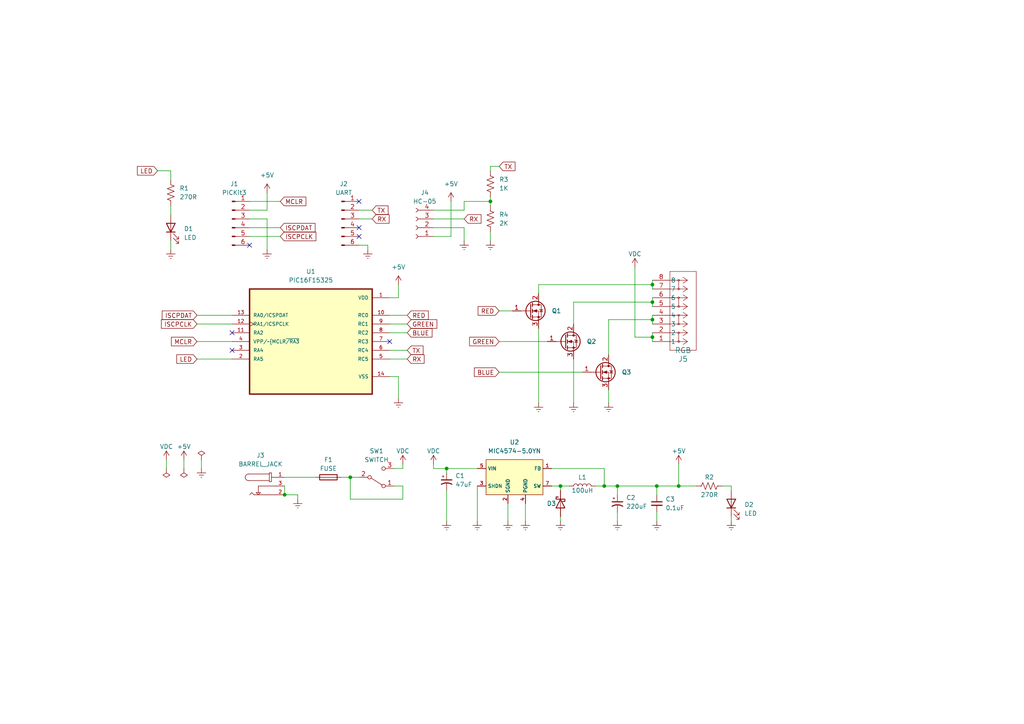
<source format=kicad_sch>
(kicad_sch (version 20211123) (generator eeschema)
  (paper "A4")
  (lib_symbols
    (symbol "Connector:Conn_01x04_Female" (pin_names (offset 1.016) hide)
      (property "Reference" "J" (at 0 5.08 0))
      (property "Value" "Conn_01x04_Female" (at 0 -7.62 0))
      (symbol "Conn_01x04_Female_1_1"
        (arc (start 0 -4.572) (mid -0.508 -5.08) (end 0 -5.588) (stroke (width 0.1524)))
        (arc (start 0 -2.032) (mid -0.508 -2.54) (end 0 -3.048) (stroke (width 0.1524)))
        (polyline (pts (xy -1.27 -5.08) (xy -0.508 -5.08)) (stroke (width 0.1524)))
        (polyline (pts (xy -1.27 -2.54) (xy -0.508 -2.54)) (stroke (width 0.1524)))
        (polyline (pts (xy -1.27 0) (xy -0.508 0)) (stroke (width 0.1524)))
        (polyline (pts (xy -1.27 2.54) (xy -0.508 2.54)) (stroke (width 0.1524)))
        (arc (start 0 0.508) (mid -0.508 0) (end 0 -0.508) (stroke (width 0.1524)))
        (arc (start 0 3.048) (mid -0.508 2.54) (end 0 2.032) (stroke (width 0.1524)))
        (pin passive line (at -5.08 2.54 0) (length 3.81) (name "Pin_1") (number "1"))
        (pin passive line (at -5.08 0 0) (length 3.81) (name "Pin_2") (number "2"))
        (pin passive line (at -5.08 -2.54 0) (length 3.81) (name "Pin_3") (number "3"))
        (pin passive line (at -5.08 -5.08 0) (length 3.81) (name "Pin_4") (number "4"))
      )
    )
    (symbol "Connector:Conn_01x06_Male" (pin_names (offset 1.016) hide)
      (property "Reference" "J" (at 0 7.62 0))
      (property "Value" "Conn_01x06_Male" (at 0 -10.16 0))
      (symbol "Conn_01x06_Male_1_1"
        (polyline (pts (xy 1.27 -7.62) (xy 0.8636 -7.62)) (stroke (width 0.1524)))
        (polyline (pts (xy 1.27 -5.08) (xy 0.8636 -5.08)) (stroke (width 0.1524)))
        (polyline (pts (xy 1.27 -2.54) (xy 0.8636 -2.54)) (stroke (width 0.1524)))
        (polyline (pts (xy 1.27 0) (xy 0.8636 0)) (stroke (width 0.1524)))
        (polyline (pts (xy 1.27 2.54) (xy 0.8636 2.54)) (stroke (width 0.1524)))
        (polyline (pts (xy 1.27 5.08) (xy 0.8636 5.08)) (stroke (width 0.1524)))
        (rectangle (start 0.8636 -7.493) (end 0 -7.747) (stroke (width 0.1524)) (fill (type outline)))
        (rectangle (start 0.8636 -4.953) (end 0 -5.207) (stroke (width 0.1524)) (fill (type outline)))
        (rectangle (start 0.8636 -2.413) (end 0 -2.667) (stroke (width 0.1524)) (fill (type outline)))
        (rectangle (start 0.8636 0.127) (end 0 -0.127) (stroke (width 0.1524)) (fill (type outline)))
        (rectangle (start 0.8636 2.667) (end 0 2.413) (stroke (width 0.1524)) (fill (type outline)))
        (rectangle (start 0.8636 5.207) (end 0 4.953) (stroke (width 0.1524)) (fill (type outline)))
        (pin passive line (at 5.08 5.08 180) (length 3.81) (name "Pin_1") (number "1"))
        (pin passive line (at 5.08 2.54 180) (length 3.81) (name "Pin_2") (number "2"))
        (pin passive line (at 5.08 0 180) (length 3.81) (name "Pin_3") (number "3"))
        (pin passive line (at 5.08 -2.54 180) (length 3.81) (name "Pin_4") (number "4"))
        (pin passive line (at 5.08 -5.08 180) (length 3.81) (name "Pin_5") (number "5"))
        (pin passive line (at 5.08 -7.62 180) (length 3.81) (name "Pin_6") (number "6"))
      )
    )
    (symbol "Device:C_Polarized_Small_US" (pin_numbers hide) (pin_names (offset 0.254) hide)
      (property "Reference" "C" (at 0.254 1.778 0))
      (property "Value" "C_Polarized_Small_US" (at 0.254 -2.032 0))
      (symbol "C_Polarized_Small_US_0_1"
        (polyline (pts (xy -1.524 0.508) (xy 1.524 0.508)) (stroke (width 0.3048)))
        (polyline (pts (xy -1.27 1.524) (xy -0.762 1.524)))
        (polyline (pts (xy -1.016 1.27) (xy -1.016 1.778)))
        (arc (start 1.524 -0.762) (mid 0 -0.3734) (end -1.524 -0.762) (stroke (width 0.3048)))
      )
      (symbol "C_Polarized_Small_US_1_1"
        (pin passive line (at 0 2.54 270) (length 2.032) (name "~") (number "1"))
        (pin passive line (at 0 -2.54 90) (length 2.032) (name "~") (number "2"))
      )
    )
    (symbol "Device:C_Small" (pin_numbers hide) (pin_names (offset 0.254) hide)
      (property "Reference" "C" (at 0.254 1.778 0))
      (property "Value" "C_Small" (at 0.254 -2.032 0))
      (symbol "C_Small_0_1"
        (polyline (pts (xy -1.524 -0.508) (xy 1.524 -0.508)) (stroke (width 0.3302)))
        (polyline (pts (xy -1.524 0.508) (xy 1.524 0.508)) (stroke (width 0.3048)))
      )
      (symbol "C_Small_1_1"
        (pin passive line (at 0 2.54 270) (length 2.032) (name "~") (number "1"))
        (pin passive line (at 0 -2.54 90) (length 2.032) (name "~") (number "2"))
      )
    )
    (symbol "Device:D_Schottky" (pin_numbers hide) (pin_names (offset 1.016) hide)
      (property "Reference" "D" (at 0 2.54 0))
      (property "Value" "D_Schottky" (at 0 -2.54 0))
      (symbol "D_Schottky_0_1"
        (polyline (pts (xy 1.27 0) (xy -1.27 0)))
        (polyline (pts (xy 1.27 1.27) (xy 1.27 -1.27) (xy -1.27 0) (xy 1.27 1.27)) (stroke (width 0.254)))
        (polyline (pts (xy -1.905 0.635) (xy -1.905 1.27) (xy -1.27 1.27) (xy -1.27 -1.27) (xy -0.635 -1.27) (xy -0.635 -0.635)) (stroke (width 0.254)))
      )
      (symbol "D_Schottky_1_1"
        (pin passive line (at -3.81 0 0) (length 2.54) (name "K") (number "1"))
        (pin passive line (at 3.81 0 180) (length 2.54) (name "A") (number "2"))
      )
    )
    (symbol "Device:Fuse" (pin_numbers hide) (pin_names (offset 0))
      (property "Reference" "F" (at 2.032 0 90))
      (property "Value" "Fuse" (at -1.905 0 90))
      (symbol "Fuse_0_1"
        (rectangle (start -0.762 -2.54) (end 0.762 2.54) (stroke (width 0.254)))
        (polyline (pts (xy 0 2.54) (xy 0 -2.54)))
      )
      (symbol "Fuse_1_1"
        (pin passive line (at 0 3.81 270) (length 1.27) (name "~") (number "1"))
        (pin passive line (at 0 -3.81 90) (length 1.27) (name "~") (number "2"))
      )
    )
    (symbol "Device:L" (pin_numbers hide) (pin_names (offset 1.016) hide)
      (property "Reference" "L" (at -1.27 0 90))
      (property "Value" "L" (at 1.905 0 90))
      (symbol "L_0_1"
        (arc (start 0 -2.54) (mid 0.635 -1.905) (end 0 -1.27))
        (arc (start 0 -1.27) (mid 0.635 -0.635) (end 0 0))
        (arc (start 0 0) (mid 0.635 0.635) (end 0 1.27))
        (arc (start 0 1.27) (mid 0.635 1.905) (end 0 2.54))
      )
      (symbol "L_1_1"
        (pin passive line (at 0 3.81 270) (length 1.27) (name "1") (number "1"))
        (pin passive line (at 0 -3.81 90) (length 1.27) (name "2") (number "2"))
      )
    )
    (symbol "Device:LED" (pin_numbers hide) (pin_names (offset 1.016) hide)
      (property "Reference" "D" (at 0 2.54 0))
      (property "Value" "LED" (at 0 -2.54 0))
      (symbol "LED_0_1"
        (polyline (pts (xy -1.27 -1.27) (xy -1.27 1.27)) (stroke (width 0.254)))
        (polyline (pts (xy -1.27 0) (xy 1.27 0)))
        (polyline (pts (xy 1.27 -1.27) (xy 1.27 1.27) (xy -1.27 0) (xy 1.27 -1.27)) (stroke (width 0.254)))
        (polyline (pts (xy -3.048 -0.762) (xy -4.572 -2.286) (xy -3.81 -2.286) (xy -4.572 -2.286) (xy -4.572 -1.524)))
        (polyline (pts (xy -1.778 -0.762) (xy -3.302 -2.286) (xy -2.54 -2.286) (xy -3.302 -2.286) (xy -3.302 -1.524)))
      )
      (symbol "LED_1_1"
        (pin passive line (at -3.81 0 0) (length 2.54) (name "K") (number "1"))
        (pin passive line (at 3.81 0 180) (length 2.54) (name "A") (number "2"))
      )
    )
    (symbol "Device:Q_NMOS_GDS" (pin_names (offset 0) hide)
      (property "Reference" "Q" (at 5.08 1.27 0))
      (property "Value" "Q_NMOS_GDS" (at 5.08 -1.27 0))
      (symbol "Q_NMOS_GDS_0_1"
        (polyline (pts (xy 0.254 0) (xy -2.54 0)))
        (polyline (pts (xy 0.254 1.905) (xy 0.254 -1.905)) (stroke (width 0.254)))
        (polyline (pts (xy 0.762 -1.27) (xy 0.762 -2.286)) (stroke (width 0.254)))
        (polyline (pts (xy 0.762 0.508) (xy 0.762 -0.508)) (stroke (width 0.254)))
        (polyline (pts (xy 0.762 2.286) (xy 0.762 1.27)) (stroke (width 0.254)))
        (polyline (pts (xy 2.54 2.54) (xy 2.54 1.778)))
        (polyline (pts (xy 2.54 -2.54) (xy 2.54 0) (xy 0.762 0)))
        (polyline (pts (xy 0.762 -1.778) (xy 3.302 -1.778) (xy 3.302 1.778) (xy 0.762 1.778)))
        (polyline (pts (xy 1.016 0) (xy 2.032 0.381) (xy 2.032 -0.381) (xy 1.016 0)) (fill (type outline)))
        (polyline (pts (xy 2.794 0.508) (xy 2.921 0.381) (xy 3.683 0.381) (xy 3.81 0.254)))
        (polyline (pts (xy 3.302 0.381) (xy 2.921 -0.254) (xy 3.683 -0.254) (xy 3.302 0.381)))
        (circle (center 1.651 0) (radius 2.794) (stroke (width 0.254)))
        (circle (center 2.54 -1.778) (radius 0.254) (fill (type outline)))
        (circle (center 2.54 1.778) (radius 0.254) (fill (type outline)))
      )
      (symbol "Q_NMOS_GDS_1_1"
        (pin input line (at -5.08 0 0) (length 2.54) (name "G") (number "1"))
        (pin passive line (at 2.54 5.08 270) (length 2.54) (name "D") (number "2"))
        (pin passive line (at 2.54 -5.08 90) (length 2.54) (name "S") (number "3"))
      )
    )
    (symbol "Device:R_US" (pin_numbers hide) (pin_names (offset 0))
      (property "Reference" "R" (at 2.54 0 90))
      (property "Value" "R_US" (at -2.54 0 90))
      (symbol "R_US_0_1"
        (polyline (pts (xy 0 -2.286) (xy 0 -2.54)))
        (polyline (pts (xy 0 2.286) (xy 0 2.54)))
        (polyline (pts (xy 0 -0.762) (xy 1.016 -1.143) (xy 0 -1.524) (xy -1.016 -1.905) (xy 0 -2.286)))
        (polyline (pts (xy 0 0.762) (xy 1.016 0.381) (xy 0 0) (xy -1.016 -0.381) (xy 0 -0.762)))
        (polyline (pts (xy 0 2.286) (xy 1.016 1.905) (xy 0 1.524) (xy -1.016 1.143) (xy 0 0.762)))
      )
      (symbol "R_US_1_1"
        (pin passive line (at 0 3.81 270) (length 1.27) (name "~") (number "1"))
        (pin passive line (at 0 -3.81 90) (length 1.27) (name "~") (number "2"))
      )
    )
    (symbol "Rainbow:Barrel_Jack" (pin_names (offset 1.016))
      (property "Reference" "J" (at 0 2.54 0))
      (property "Value" "Barrel_Jack" (at 0 -8.89 0))
      (symbol "Barrel_Jack_0_0"
        (arc (start -3.81 0) (mid -3.531 -0.6735) (end -2.8575 -0.9525) (stroke (width 0.1524)))
        (arc (start -2.8575 0.9525) (mid -3.531 0.6735) (end -3.81 0) (stroke (width 0.1524)))
        (polyline (pts (xy -2.8575 0.9525) (xy 3.175 0.9525)) (stroke (width 0.1524)))
        (polyline (pts (xy -1.905 -4.445) (xy -2.54 -5.08)) (stroke (width 0.1524)))
        (polyline (pts (xy -1.27 -5.08) (xy -1.905 -4.445)) (stroke (width 0.1524)))
        (polyline (pts (xy -0.635 -4.445) (xy 0 -4.445)) (stroke (width 0.1524)))
        (polyline (pts (xy 0 -5.08) (xy -1.27 -5.08)) (stroke (width 0.1524)))
        (polyline (pts (xy 0 -5.08) (xy -0.635 -4.445)) (stroke (width 0.1524)))
        (polyline (pts (xy 0 -4.445) (xy 0.635 -4.445)) (stroke (width 0.1524)))
        (polyline (pts (xy 0 -2.54) (xy 0 -4.445)) (stroke (width 0.1524)))
        (polyline (pts (xy 0.635 -4.445) (xy 0 -5.08)) (stroke (width 0.1524)))
        (polyline (pts (xy 3.175 -1.27) (xy 3.175 -0.9525)) (stroke (width 0.1524)))
        (polyline (pts (xy 3.175 -0.9525) (xy -2.8575 -0.9525)) (stroke (width 0.1524)))
        (polyline (pts (xy 3.175 0.9525) (xy 3.175 -0.9525)) (stroke (width 0.1524)))
        (polyline (pts (xy 3.175 0.9525) (xy 3.175 1.27)) (stroke (width 0.1524)))
        (polyline (pts (xy 3.175 1.27) (xy 3.81 1.27)) (stroke (width 0.1524)))
        (polyline (pts (xy 3.81 -1.27) (xy 3.175 -1.27)) (stroke (width 0.1524)))
        (polyline (pts (xy 3.81 0) (xy 3.81 -1.27)) (stroke (width 0.1524)))
        (polyline (pts (xy 3.81 1.27) (xy 3.81 0)) (stroke (width 0.1524)))
        (polyline (pts (xy 5.08 -5.08) (xy 0 -5.08)) (stroke (width 0.1524)))
        (polyline (pts (xy 5.08 -2.54) (xy 0 -2.54)) (stroke (width 0.1524)))
        (polyline (pts (xy 5.08 0) (xy 3.81 0)) (stroke (width 0.1524)))
        (pin passive line (at 7.62 0 180) (length 2.54) (name "~") (number "1"))
        (pin passive line (at 7.62 -5.08 180) (length 2.54) (name "~") (number "2"))
        (pin passive line (at 7.62 -2.54 180) (length 2.54) (name "~") (number "3"))
      )
    )
    (symbol "Rainbow:MIC4574-5.0YN"
      (property "Reference" "U2" (at -0.635 10.16 0))
      (property "Value" "MIC4574-5.0YN" (at -0.635 7.62 0))
      (symbol "MIC4574-5.0YN_0_1"
        (rectangle (start -8.89 5.08) (end 7.62 -5.08) (fill (type background)))
      )
      (symbol "MIC4574-5.0YN_1_1"
        (pin input line (at 10.16 2.54 180) (length 2.54) (name "FB") (number "1"))
        (pin passive line (at -2.54 -7.62 90) (length 2.54) (name "SGND") (number "2"))
        (pin input line (at -11.43 -2.54 0) (length 2.54) (name "SHDN") (number "3"))
        (pin passive line (at 2.54 -7.62 90) (length 2.54) (name "PGND") (number "4"))
        (pin power_in line (at -11.43 2.54 0) (length 2.54) (name "VIN") (number "5"))
        (pin no_connect line (at 10.16 0 180) (length 2.54) hide (name "NC") (number "6"))
        (pin power_out line (at 10.16 -2.54 180) (length 2.54) (name "SW") (number "7"))
        (pin no_connect line (at -11.43 0 0) (length 2.54) hide (name "NC") (number "8"))
      )
    )
    (symbol "Rainbow:PIC16F15325" (pin_names (offset 1.016))
      (property "Reference" "U" (at -17.78 16.24 0))
      (property "Value" "PIC16F15325" (at -17.78 -19.24 0))
      (symbol "PIC16F15325_0_0"
        (rectangle (start -17.78 -15.24) (end 17.78 15.24) (stroke (width 0.41)) (fill (type background)))
        (pin power_in line (at 22.86 12.7 180) (length 5.08) (name "VDD") (number "1"))
        (pin bidirectional line (at 22.86 7.62 180) (length 5.08) (name "RC0") (number "10"))
        (pin bidirectional line (at -22.86 2.54 0) (length 5.08) (name "RA2") (number "11"))
        (pin bidirectional clock (at -22.86 5.08 0) (length 5.08) (name "RA1/ICSPCLK") (number "12"))
        (pin bidirectional line (at -22.86 7.62 0) (length 5.08) (name "RA0/ICSPDAT") (number "13"))
        (pin power_in line (at 22.86 -10.16 180) (length 5.08) (name "VSS") (number "14"))
        (pin bidirectional line (at -22.86 -5.08 0) (length 5.08) (name "RA5") (number "2"))
        (pin bidirectional line (at -22.86 -2.54 0) (length 5.08) (name "RA4") (number "3"))
        (pin bidirectional line (at -22.86 0 0) (length 5.08) (name "VPP/~{MCLR~{/RA3}") (number "4"))
        (pin bidirectional line (at 22.86 -5.08 180) (length 5.08) (name "RC5") (number "5"))
        (pin bidirectional line (at 22.86 -2.54 180) (length 5.08) (name "RC4") (number "6"))
        (pin bidirectional line (at 22.86 0 180) (length 5.08) (name "RC3") (number "7"))
        (pin bidirectional line (at 22.86 2.54 180) (length 5.08) (name "RC2") (number "8"))
        (pin bidirectional line (at 22.86 5.08 180) (length 5.08) (name "RC1") (number "9"))
      )
    )
    (symbol "Rainbow:Wago" (pin_names (offset 0.254))
      (property "Reference" "J5" (at -1.27 15.24 0))
      (property "Value" "RGB" (at -1.27 12.7 0))
      (symbol "Wago_0_1"
        (circle (center -2.54 -7.62) (radius 0.254) (stroke (width 0.127)))
        (circle (center -2.54 -5.08) (radius 0.254) (stroke (width 0.127)))
        (circle (center -2.54 -2.54) (radius 0.254) (stroke (width 0.127)))
        (circle (center -2.54 0) (radius 0.254) (stroke (width 0.127)))
        (circle (center -2.54 2.54) (radius 0.254) (stroke (width 0.127)))
        (circle (center -2.54 5.08) (radius 0.254) (stroke (width 0.127)))
        (circle (center -2.54 7.62) (radius 0.254) (stroke (width 0.127)))
        (circle (center -2.54 10.16) (radius 0.254) (stroke (width 0.127)))
        (polyline (pts (xy -5.08 -10.16) (xy 2.54 -10.16)) (stroke (width 0.127)))
        (polyline (pts (xy -5.08 12.7) (xy -5.08 -10.16)) (stroke (width 0.127)))
        (polyline (pts (xy -2.54 -5.334) (xy -2.54 -7.366)) (stroke (width 0.127)))
        (polyline (pts (xy -2.54 -0.254) (xy -2.54 -2.286)) (stroke (width 0.127)))
        (polyline (pts (xy -2.54 4.826) (xy -2.54 2.794)) (stroke (width 0.127)))
        (polyline (pts (xy -2.54 9.906) (xy -2.54 7.874)) (stroke (width 0.127)))
        (polyline (pts (xy 0 -7.62) (xy -5.08 -7.62)) (stroke (width 0.127)))
        (polyline (pts (xy 0 -7.62) (xy -1.27 -8.4667)) (stroke (width 0.127)))
        (polyline (pts (xy 0 -7.62) (xy -1.27 -6.7733)) (stroke (width 0.127)))
        (polyline (pts (xy 0 -5.08) (xy -5.08 -5.08)) (stroke (width 0.127)))
        (polyline (pts (xy 0 -5.08) (xy -1.27 -5.9267)) (stroke (width 0.127)))
        (polyline (pts (xy 0 -5.08) (xy -1.27 -4.2333)) (stroke (width 0.127)))
        (polyline (pts (xy 0 -2.54) (xy -5.08 -2.54)) (stroke (width 0.127)))
        (polyline (pts (xy 0 -2.54) (xy -1.27 -3.3867)) (stroke (width 0.127)))
        (polyline (pts (xy 0 -2.54) (xy -1.27 -1.6933)) (stroke (width 0.127)))
        (polyline (pts (xy 0 0) (xy -5.08 0)) (stroke (width 0.127)))
        (polyline (pts (xy 0 0) (xy -1.27 -0.8467)) (stroke (width 0.127)))
        (polyline (pts (xy 0 0) (xy -1.27 0.8467)) (stroke (width 0.127)))
        (polyline (pts (xy 0 2.54) (xy -5.08 2.54)) (stroke (width 0.127)))
        (polyline (pts (xy 0 2.54) (xy -1.27 1.6933)) (stroke (width 0.127)))
        (polyline (pts (xy 0 2.54) (xy -1.27 3.3867)) (stroke (width 0.127)))
        (polyline (pts (xy 0 5.08) (xy -5.08 5.08)) (stroke (width 0.127)))
        (polyline (pts (xy 0 5.08) (xy -1.27 4.2333)) (stroke (width 0.127)))
        (polyline (pts (xy 0 5.08) (xy -1.27 5.9267)) (stroke (width 0.127)))
        (polyline (pts (xy 0 7.62) (xy -5.08 7.62)) (stroke (width 0.127)))
        (polyline (pts (xy 0 7.62) (xy -1.27 6.7733)) (stroke (width 0.127)))
        (polyline (pts (xy 0 7.62) (xy -1.27 8.4667)) (stroke (width 0.127)))
        (polyline (pts (xy 0 10.16) (xy -5.08 10.16)) (stroke (width 0.127)))
        (polyline (pts (xy 0 10.16) (xy -1.27 9.3133)) (stroke (width 0.127)))
        (polyline (pts (xy 0 10.16) (xy -1.27 11.0067)) (stroke (width 0.127)))
        (polyline (pts (xy 2.54 -10.16) (xy 2.54 12.7)) (stroke (width 0.127)))
        (polyline (pts (xy 2.54 12.7) (xy -5.08 12.7)) (stroke (width 0.127)))
        (pin passive line (at -10.16 10.16 0) (length 5.08) (name "1") (number "1"))
        (pin passive line (at -10.16 7.62 0) (length 5.08) (name "2") (number "2"))
        (pin passive line (at -10.16 5.08 0) (length 5.08) (name "3") (number "3"))
        (pin passive line (at -10.16 2.54 0) (length 5.08) (name "4") (number "4"))
        (pin passive line (at -10.16 0 0) (length 5.08) (name "5") (number "5"))
        (pin passive line (at -10.16 -2.54 0) (length 5.08) (name "6") (number "6"))
        (pin passive line (at -10.16 -5.08 0) (length 5.08) (name "7") (number "7"))
        (pin passive line (at -10.16 -7.62 0) (length 5.08) (name "8") (number "8"))
      )
    )
    (symbol "Switch:SW_SPDT" (pin_names (offset 0) hide)
      (property "Reference" "SW" (at 0 4.318 0))
      (property "Value" "SW_SPDT" (at 0 -5.08 0))
      (symbol "SW_SPDT_0_0"
        (circle (center -2.032 0) (radius 0.508))
        (circle (center 2.032 -2.54) (radius 0.508))
      )
      (symbol "SW_SPDT_0_1"
        (polyline (pts (xy -1.524 0.254) (xy 1.651 2.286)))
        (circle (center 2.032 2.54) (radius 0.508))
      )
      (symbol "SW_SPDT_1_1"
        (pin passive line (at 5.08 2.54 180) (length 2.54) (name "A") (number "1"))
        (pin passive line (at -5.08 0 0) (length 2.54) (name "B") (number "2"))
        (pin passive line (at 5.08 -2.54 180) (length 2.54) (name "C") (number "3"))
      )
    )
    (symbol "power:+5V" (power) (pin_names (offset 0))
      (property "Value" "+5V" (at 0 3.556 0))
      (symbol "+5V_0_1"
        (polyline (pts (xy -0.762 1.27) (xy 0 2.54)))
        (polyline (pts (xy 0 0) (xy 0 2.54)))
        (polyline (pts (xy 0 2.54) (xy 0.762 1.27)))
      )
      (symbol "+5V_1_1"
        (pin power_in line (at 0 0 90) (length 0) hide (name "+5V") (number "1"))
      )
    )
    (symbol "power:GNDREF" (power) (pin_names (offset 0))
      (property "Value" "GNDREF" (at 0 -3.81 0))
      (symbol "GNDREF_0_1"
        (polyline (pts (xy -0.635 -1.905) (xy 0.635 -1.905)))
        (polyline (pts (xy -0.127 -2.54) (xy 0.127 -2.54)))
        (polyline (pts (xy 0 -1.27) (xy 0 0)))
        (polyline (pts (xy 1.27 -1.27) (xy -1.27 -1.27)))
      )
      (symbol "GNDREF_1_1"
        (pin power_in line (at 0 0 270) (length 0) hide (name "GNDREF") (number "1"))
      )
    )
    (symbol "power:PWR_FLAG" (power) (pin_numbers hide) (pin_names (offset 0) hide)
      (property "Value" "PWR_FLAG" (at 0 3.81 0))
      (symbol "PWR_FLAG_0_0"
        (pin power_out line (at 0 0 90) (length 0) (name "pwr") (number "1"))
      )
      (symbol "PWR_FLAG_0_1"
        (polyline (pts (xy 0 0) (xy 0 1.27) (xy -1.016 1.905) (xy 0 2.54) (xy 1.016 1.905) (xy 0 1.27)))
      )
    )
    (symbol "power:VDC" (power) (pin_names (offset 0))
      (property "Value" "VDC" (at 0 6.35 0))
      (symbol "VDC_0_1"
        (polyline (pts (xy -0.762 1.27) (xy 0 2.54)))
        (polyline (pts (xy 0 0) (xy 0 2.54)))
        (polyline (pts (xy 0 2.54) (xy 0.762 1.27)))
      )
      (symbol "VDC_1_1"
        (pin power_in line (at 0 0 90) (length 0) hide (name "VDC") (number "1"))
      )
    )
  )
  (junction (at 101.6 138.43))
  (junction (at 179.07 140.97))
  (junction (at 189.23 82.55))
  (junction (at 162.56 140.97))
  (junction (at 129.54 135.89))
  (junction (at 142.24 58.42))
  (junction (at 189.23 97.79))
  (junction (at 175.26 140.97))
  (junction (at 189.23 87.63))
  (junction (at 190.5 140.97))
  (junction (at 189.23 92.71))
  (junction (at 82.55 143.51))
  (junction (at 196.85 140.97))
  (no_connect (at 67.31 101.6))
  (no_connect (at 104.14 66.04))
  (no_connect (at 104.14 58.42))
  (no_connect (at 67.31 96.52))
  (no_connect (at 113.03 99.06))
  (no_connect (at 72.39 71.12))
  (no_connect (at 104.14 68.58))
  (wire (pts (xy 116.84 140.97) (xy 116.84 144.78)))
  (wire (pts (xy 162.56 140.97) (xy 162.56 142.24)))
  (wire (pts (xy 147.32 146.05) (xy 147.32 151.13)))
  (wire (pts (xy 152.4 146.05) (xy 152.4 151.13)))
  (wire (pts (xy 212.09 149.86) (xy 212.09 151.13)))
  (wire (pts (xy 144.78 99.06) (xy 158.75 99.06)))
  (wire (pts (xy 162.56 149.86) (xy 162.56 151.13)))
  (wire (pts (xy 113.03 91.44) (xy 118.11 91.44)))
  (wire (pts (xy 189.23 96.52) (xy 189.23 97.79)))
  (wire (pts (xy 113.03 93.98) (xy 118.11 93.98)))
  (wire (pts (xy 189.23 97.79) (xy 189.23 99.06)))
  (wire (pts (xy 175.26 135.89) (xy 175.26 140.97)))
  (wire (pts (xy 129.54 135.89) (xy 129.54 137.16)))
  (wire (pts (xy 48.26 133.35) (xy 48.26 135.89)))
  (wire (pts (xy 129.54 142.24) (xy 129.54 151.13)))
  (wire (pts (xy 142.24 58.42) (xy 142.24 59.69)))
  (wire (pts (xy 130.81 58.42) (xy 130.81 68.58)))
  (wire (pts (xy 113.03 96.52) (xy 118.11 96.52)))
  (wire (pts (xy 189.23 81.28) (xy 189.23 82.55)))
  (wire (pts (xy 179.07 140.97) (xy 190.5 140.97)))
  (wire (pts (xy 115.57 86.36) (xy 113.03 86.36)))
  (wire (pts (xy 189.23 91.44) (xy 189.23 92.71)))
  (wire (pts (xy 144.78 90.17) (xy 148.59 90.17)))
  (wire (pts (xy 101.6 138.43) (xy 104.14 138.43)))
  (wire (pts (xy 72.39 63.5) (xy 77.47 63.5)))
  (wire (pts (xy 125.73 63.5) (xy 134.62 63.5)))
  (wire (pts (xy 184.15 77.47) (xy 184.15 97.79)))
  (wire (pts (xy 184.15 97.79) (xy 189.23 97.79)))
  (wire (pts (xy 82.55 140.97) (xy 82.55 143.51)))
  (wire (pts (xy 212.09 140.97) (xy 212.09 142.24)))
  (wire (pts (xy 116.84 134.62) (xy 116.84 135.89)))
  (wire (pts (xy 49.53 49.53) (xy 49.53 52.07)))
  (wire (pts (xy 86.36 143.51) (xy 86.36 144.78)))
  (wire (pts (xy 134.62 66.04) (xy 134.62 69.85)))
  (wire (pts (xy 156.21 82.55) (xy 156.21 85.09)))
  (wire (pts (xy 142.24 57.15) (xy 142.24 58.42)))
  (wire (pts (xy 189.23 87.63) (xy 189.23 88.9)))
  (wire (pts (xy 166.37 87.63) (xy 166.37 93.98)))
  (wire (pts (xy 134.62 58.42) (xy 142.24 58.42)))
  (wire (pts (xy 125.73 66.04) (xy 134.62 66.04)))
  (wire (pts (xy 125.73 135.89) (xy 129.54 135.89)))
  (wire (pts (xy 156.21 95.25) (xy 156.21 116.84)))
  (wire (pts (xy 138.43 140.97) (xy 138.43 151.13)))
  (wire (pts (xy 190.5 148.59) (xy 190.5 151.13)))
  (wire (pts (xy 101.6 144.78) (xy 101.6 138.43)))
  (wire (pts (xy 72.39 60.96) (xy 77.47 60.96)))
  (wire (pts (xy 104.14 60.96) (xy 107.95 60.96)))
  (wire (pts (xy 190.5 140.97) (xy 196.85 140.97)))
  (wire (pts (xy 104.14 63.5) (xy 107.95 63.5)))
  (wire (pts (xy 125.73 134.62) (xy 125.73 135.89)))
  (wire (pts (xy 160.02 140.97) (xy 162.56 140.97)))
  (wire (pts (xy 196.85 134.62) (xy 196.85 140.97)))
  (wire (pts (xy 176.53 113.03) (xy 176.53 116.84)))
  (wire (pts (xy 114.3 135.89) (xy 116.84 135.89)))
  (wire (pts (xy 160.02 135.89) (xy 175.26 135.89)))
  (wire (pts (xy 57.15 91.44) (xy 67.31 91.44)))
  (wire (pts (xy 172.72 140.97) (xy 175.26 140.97)))
  (wire (pts (xy 176.53 92.71) (xy 189.23 92.71)))
  (wire (pts (xy 144.78 107.95) (xy 168.91 107.95)))
  (wire (pts (xy 175.26 140.97) (xy 179.07 140.97)))
  (wire (pts (xy 138.43 135.89) (xy 129.54 135.89)))
  (wire (pts (xy 82.55 143.51) (xy 86.36 143.51)))
  (wire (pts (xy 134.62 60.96) (xy 134.62 58.42)))
  (wire (pts (xy 113.03 101.6) (xy 118.11 101.6)))
  (wire (pts (xy 189.23 86.36) (xy 189.23 87.63)))
  (wire (pts (xy 49.53 59.69) (xy 49.53 62.23)))
  (wire (pts (xy 99.06 138.43) (xy 101.6 138.43)))
  (wire (pts (xy 125.73 60.96) (xy 134.62 60.96)))
  (wire (pts (xy 72.39 68.58) (xy 81.28 68.58)))
  (wire (pts (xy 104.14 71.12) (xy 106.68 71.12)))
  (wire (pts (xy 72.39 66.04) (xy 81.28 66.04)))
  (wire (pts (xy 179.07 140.97) (xy 179.07 143.51)))
  (wire (pts (xy 49.53 69.85) (xy 49.53 72.39)))
  (wire (pts (xy 53.34 133.35) (xy 53.34 135.89)))
  (wire (pts (xy 189.23 82.55) (xy 189.23 83.82)))
  (wire (pts (xy 115.57 109.22) (xy 115.57 115.57)))
  (wire (pts (xy 82.55 138.43) (xy 91.44 138.43)))
  (wire (pts (xy 190.5 143.51) (xy 190.5 140.97)))
  (wire (pts (xy 113.03 109.22) (xy 115.57 109.22)))
  (wire (pts (xy 142.24 67.31) (xy 142.24 69.85)))
  (wire (pts (xy 113.03 104.14) (xy 118.11 104.14)))
  (wire (pts (xy 144.78 48.26) (xy 142.24 48.26)))
  (wire (pts (xy 114.3 140.97) (xy 116.84 140.97)))
  (wire (pts (xy 125.73 68.58) (xy 130.81 68.58)))
  (wire (pts (xy 176.53 92.71) (xy 176.53 102.87)))
  (wire (pts (xy 162.56 140.97) (xy 165.1 140.97)))
  (wire (pts (xy 77.47 63.5) (xy 77.47 72.39)))
  (wire (pts (xy 179.07 148.59) (xy 179.07 151.13)))
  (wire (pts (xy 142.24 48.26) (xy 142.24 49.53)))
  (wire (pts (xy 45.72 49.53) (xy 49.53 49.53)))
  (wire (pts (xy 156.21 82.55) (xy 189.23 82.55)))
  (wire (pts (xy 57.15 104.14) (xy 67.31 104.14)))
  (wire (pts (xy 189.23 92.71) (xy 189.23 93.98)))
  (wire (pts (xy 115.57 82.55) (xy 115.57 86.36)))
  (wire (pts (xy 58.42 133.35) (xy 58.42 135.89)))
  (wire (pts (xy 166.37 87.63) (xy 189.23 87.63)))
  (wire (pts (xy 106.68 71.12) (xy 106.68 72.39)))
  (wire (pts (xy 72.39 58.42) (xy 81.28 58.42)))
  (wire (pts (xy 57.15 99.06) (xy 67.31 99.06)))
  (wire (pts (xy 57.15 93.98) (xy 67.31 93.98)))
  (wire (pts (xy 77.47 60.96) (xy 77.47 55.88)))
  (wire (pts (xy 196.85 140.97) (xy 201.93 140.97)))
  (wire (pts (xy 116.84 144.78) (xy 101.6 144.78)))
  (wire (pts (xy 166.37 104.14) (xy 166.37 116.84)))
  (wire (pts (xy 209.55 140.97) (xy 212.09 140.97)))
  (global_label "LED" (shape input) (at 45.72 49.53 180) (property "Intersheet References" "${INTERSHEET_REFS}" (effects hide)))
  (global_label "ISCPCLK" (shape input) (at 57.15 93.98 180) (property "Intersheet References" "${INTERSHEET_REFS}" (effects hide)))
  (global_label "RX" (shape input) (at 107.95 63.5 0) (property "Intersheet References" "${INTERSHEET_REFS}" (effects hide)))
  (global_label "GREEN" (shape input) (at 144.78 99.06 180) (property "Intersheet References" "${INTERSHEET_REFS}" (effects hide)))
  (global_label "RX" (shape input) (at 134.62 63.5 0) (property "Intersheet References" "${INTERSHEET_REFS}" (effects hide)))
  (global_label "RED" (shape input) (at 118.11 91.44 0) (property "Intersheet References" "${INTERSHEET_REFS}" (effects hide)))
  (global_label "RX" (shape input) (at 118.11 104.14 0) (property "Intersheet References" "${INTERSHEET_REFS}" (effects hide)))
  (global_label "MCLR" (shape input) (at 81.28 58.42 0) (property "Intersheet References" "${INTERSHEET_REFS}" (effects hide)))
  (global_label "TX" (shape input) (at 107.95 60.96 0) (property "Intersheet References" "${INTERSHEET_REFS}" (effects hide)))
  (global_label "LED" (shape input) (at 57.15 104.14 180) (property "Intersheet References" "${INTERSHEET_REFS}" (effects hide)))
  (global_label "MCLR" (shape input) (at 57.15 99.06 180) (property "Intersheet References" "${INTERSHEET_REFS}" (effects hide)))
  (global_label "BLUE" (shape input) (at 144.78 107.95 180) (property "Intersheet References" "${INTERSHEET_REFS}" (effects hide)))
  (global_label "BLUE" (shape input) (at 118.11 96.52 0) (property "Intersheet References" "${INTERSHEET_REFS}" (effects hide)))
  (global_label "ISCPCLK" (shape input) (at 81.28 68.58 0) (property "Intersheet References" "${INTERSHEET_REFS}" (effects hide)))
  (global_label "ISCPDAT" (shape input) (at 81.28 66.04 0) (property "Intersheet References" "${INTERSHEET_REFS}" (effects hide)))
  (global_label "ISCPDAT" (shape input) (at 57.15 91.44 180) (property "Intersheet References" "${INTERSHEET_REFS}" (effects hide)))
  (global_label "TX" (shape input) (at 118.11 101.6 0) (property "Intersheet References" "${INTERSHEET_REFS}" (effects hide)))
  (global_label "TX" (shape input) (at 144.78 48.26 0) (property "Intersheet References" "${INTERSHEET_REFS}" (effects hide)))
  (global_label "RED" (shape input) (at 144.78 90.17 180) (property "Intersheet References" "${INTERSHEET_REFS}" (effects hide)))
  (global_label "GREEN" (shape input) (at 118.11 93.98 0) (property "Intersheet References" "${INTERSHEET_REFS}" (effects hide)))
  (symbol (lib_id "power:GNDREF") (at 179.07 151.13 0) (mirror y) (unit 1)
    (property "Reference" "#PWR020" (effects hide))
    (property "Value" "GNDREF" (effects hide))
  )
  (symbol (lib_id "Device:C_Polarized_Small_US") (at 129.54 139.7 0) (unit 1)
    (property "Reference" "C1" (at 132.08 137.9981 0) (effects (justify left)))
    (property "Value" "47uF" (at 132.08 140.5381 0) (effects (justify left)))
    (property "Footprint" "Capacitor_THT:CP_Radial_D6.3mm_P2.50mm" (effects hide))
  )
  (symbol (lib_id "power:GNDREF") (at 58.42 135.89 0) (mirror y) (unit 1)
    (property "Reference" "#PWR0105" (effects hide))
    (property "Value" "GNDREF" (effects hide))
  )
  (symbol (lib_id "Rainbow:MIC4574-5.0YN") (at 149.86 138.43 0) (unit 1)
    (property "Reference" "U2" (at 149.225 128.27 0))
    (property "Value" "MIC4574-5.0YN" (at 149.225 130.81 0))
    (property "Footprint" "Package_DIP:DIP-8_W7.62mm_Socket_LongPads" (effects hide))
  )
  (symbol (lib_id "power:VDC") (at 125.73 134.62 0) (unit 1)
    (property "Reference" "#PWR02" (effects hide))
    (property "Value" "VDC" (at 125.73 130.81 0))
  )
  (symbol (lib_id "Device:L") (at 168.91 140.97 90) (unit 1)
    (property "Reference" "L1" (at 168.91 138.43 90))
    (property "Value" "100uH" (at 168.91 142.24 90))
    (property "Footprint" "Capacitor_THT:C_Radial_D5.0mm_H7.0mm_P2.00mm" (effects hide))
  )
  (symbol (lib_id "power:VDC") (at 48.26 133.35 0) (unit 1)
    (property "Reference" "#PWR0102" (effects hide))
    (property "Value" "VDC" (at 48.26 129.54 0))
  )
  (symbol (lib_id "power:GNDREF") (at 138.43 151.13 0) (mirror y) (unit 1)
    (property "Reference" "#PWR010" (effects hide))
    (property "Value" "GNDREF" (effects hide))
  )
  (symbol (lib_id "Device:R_US") (at 49.53 55.88 0) (unit 1)
    (property "Reference" "R1" (at 52.07 54.6099 0) (effects (justify left)))
    (property "Value" "270R" (at 52.07 57.1499 0) (effects (justify left)))
    (property "Footprint" "Resistor_THT:R_Axial_DIN0207_L6.3mm_D2.5mm_P7.62mm_Horizontal" (effects hide))
  )
  (symbol (lib_id "power:GNDREF") (at 176.53 116.84 0) (unit 1)
    (property "Reference" "#PWR013" (effects hide))
    (property "Value" "GNDREF" (effects hide))
  )
  (symbol (lib_id "Device:Fuse") (at 95.25 138.43 90) (unit 1)
    (property "Reference" "F1" (at 95.25 133.35 90))
    (property "Value" "FUSE" (at 95.25 135.89 90))
    (property "Footprint" "Fuse:Fuseholder_Blade_Mini_Keystone_3568" (effects hide))
  )
  (symbol (lib_id "power:GNDREF") (at 129.54 151.13 0) (mirror y) (unit 1)
    (property "Reference" "#PWR03" (effects hide))
    (property "Value" "GNDREF" (effects hide))
  )
  (symbol (lib_id "power:GNDREF") (at 162.56 151.13 0) (mirror y) (unit 1)
    (property "Reference" "#PWR018" (effects hide))
    (property "Value" "GNDREF" (effects hide))
  )
  (symbol (lib_id "power:GNDREF") (at 106.68 72.39 0) (unit 1)
    (property "Reference" "#PWR08" (effects hide))
    (property "Value" "GNDREF" (effects hide))
  )
  (symbol (lib_id "Device:C_Small") (at 190.5 146.05 0) (unit 1)
    (property "Reference" "C3" (at 193.04 144.7862 0) (effects (justify left)))
    (property "Value" "0.1uF" (at 193.04 147.3262 0) (effects (justify left)))
    (property "Footprint" "Capacitor_THT:C_Disc_D3.0mm_W1.6mm_P2.50mm" (effects hide))
  )
  (symbol (lib_id "Rainbow:PIC16F15325") (at 90.17 99.06 0) (unit 1)
    (property "Reference" "U1" (at 90.17 78.74 0))
    (property "Value" "PIC16F15325" (at 90.17 81.28 0))
    (property "Footprint" "Package_DIP:DIP-14_W7.62mm_Socket_LongPads" (effects hide))
    (property "STANDARD" "IPC7351B" (effects hide))
    (property "DESCRIPTION" "14 SOIC .150in TUBE , 3.5KB, 256B RAM, 4xPWMs, Comparator, DAC, ADC, 4xCLC, CWG, EUSART, SPI/I2C" (effects hide))
    (property "PRICE" "None" (effects hide))
    (property "MANUFACTURER" "Microchip" (effects hide))
    (property "PACKAGE" "SO-14 Microchip" (effects hide))
    (property "MP" "PIC16F15323-I/SL" (effects hide))
  )
  (symbol (lib_id "power:PWR_FLAG") (at 53.34 135.89 180) (unit 1)
    (property "Reference" "#FLG0103" (effects hide))
    (property "Value" "PWR_FLAG" (effects hide))
  )
  (symbol (lib_id "power:GNDREF") (at 142.24 69.85 0) (unit 1)
    (property "Reference" "#PWR0101" (effects hide))
    (property "Value" "GNDREF" (effects hide))
  )
  (symbol (lib_id "power:PWR_FLAG") (at 48.26 135.89 180) (unit 1)
    (property "Reference" "#FLG0101" (effects hide))
    (property "Value" "PWR_FLAG" (effects hide))
  )
  (symbol (lib_id "power:GNDREF") (at 115.57 115.57 0) (unit 1)
    (property "Reference" "#PWR07" (effects hide))
    (property "Value" "GNDREF" (effects hide))
  )
  (symbol (lib_id "Device:Q_NMOS_GDS") (at 173.99 107.95 0) (unit 1)
    (property "Reference" "Q3" (at 180.34 107.9499 0) (effects (justify left)))
    (property "Value" "Q_NMOS_GDS" (effects hide))
    (property "Footprint" "Package_TO_SOT_THT:TO-220-3_Vertical" (effects hide))
  )
  (symbol (lib_id "power:GNDREF") (at 152.4 151.13 0) (mirror y) (unit 1)
    (property "Reference" "#PWR017" (effects hide))
    (property "Value" "GNDREF" (effects hide))
  )
  (symbol (lib_id "power:GNDREF") (at 190.5 151.13 0) (unit 1)
    (property "Reference" "#PWR0108" (effects hide))
    (property "Value" "GNDREF" (effects hide))
  )
  (symbol (lib_id "power:VDC") (at 116.84 134.62 0) (unit 1)
    (property "Reference" "#PWR019" (effects hide))
    (property "Value" "VDC" (at 116.84 130.81 0))
  )
  (symbol (lib_id "power:+5V") (at 77.47 55.88 0) (unit 1)
    (property "Reference" "#PWR04" (effects hide))
    (property "Value" "+5V" (at 77.47 50.8 0))
  )
  (symbol (lib_id "Device:C_Polarized_Small_US") (at 179.07 146.05 0) (unit 1)
    (property "Reference" "C2" (at 181.61 144.3481 0) (effects (justify left)))
    (property "Value" "220uF" (at 181.61 146.8881 0) (effects (justify left)))
    (property "Footprint" "Capacitor_THT:CP_Radial_D5.0mm_P2.00mm" (effects hide))
  )
  (symbol (lib_id "power:+5V") (at 130.81 58.42 0) (unit 1)
    (property "Reference" "#PWR0107" (effects hide))
    (property "Value" "+5V" (at 130.81 53.34 0))
  )
  (symbol (lib_id "power:GNDREF") (at 77.47 72.39 0) (unit 1)
    (property "Reference" "#PWR05" (effects hide))
    (property "Value" "GNDREF" (effects hide))
  )
  (symbol (lib_id "power:GNDREF") (at 212.09 151.13 0) (unit 1)
    (property "Reference" "#PWR0104" (effects hide))
    (property "Value" "GNDREF" (effects hide))
  )
  (symbol (lib_id "Device:D_Schottky") (at 162.56 146.05 90) (mirror x) (unit 1)
    (property "Reference" "D3" (at 161.29 146.05 90) (effects (justify left)))
    (property "Value" "D_Schottky" (effects hide))
    (property "Footprint" "Diode_THT:D_T-1_P5.08mm_Horizontal" (effects hide))
  )
  (symbol (lib_id "Device:Q_NMOS_GDS") (at 153.67 90.17 0) (unit 1)
    (property "Reference" "Q1" (at 160.02 90.1699 0) (effects (justify left)))
    (property "Value" "Q_NMOS_GDS" (effects hide))
    (property "Footprint" "Package_TO_SOT_THT:TO-220-3_Vertical" (effects hide))
  )
  (symbol (lib_id "Connector:Conn_01x04_Female") (at 120.65 66.04 180) (unit 1)
    (property "Reference" "J4" (at 123.19 55.88 0))
    (property "Value" "HC-05" (at 123.19 58.42 0))
    (property "Footprint" "Connector_PinSocket_2.54mm:PinSocket_1x04_P2.54mm_Vertical" (effects hide))
  )
  (symbol (lib_id "power:GNDREF") (at 86.36 144.78 0) (mirror y) (unit 1)
    (property "Reference" "#PWR016" (effects hide))
    (property "Value" "GNDREF" (effects hide))
  )
  (symbol (lib_id "Connector:Conn_01x06_Male") (at 99.06 63.5 0) (unit 1)
    (property "Reference" "J2" (at 99.695 53.34 0))
    (property "Value" "UART" (at 99.695 55.88 0))
    (property "Footprint" "Connector_PinHeader_2.54mm:PinHeader_1x06_P2.54mm_Vertical" (effects hide))
  )
  (symbol (lib_id "Switch:SW_SPDT") (at 109.22 138.43 0) (mirror x) (unit 1)
    (property "Reference" "SW1" (at 109.22 130.81 0))
    (property "Value" "SWITCH" (at 109.22 133.35 0))
    (property "Footprint" "CK_Switch:CK_Switch" (effects hide))
  )
  (symbol (lib_id "power:GNDREF") (at 134.62 69.85 0) (unit 1)
    (property "Reference" "#PWR0106" (effects hide))
    (property "Value" "GNDREF" (effects hide))
  )
  (symbol (lib_id "power:+5V") (at 115.57 82.55 0) (unit 1)
    (property "Reference" "#PWR06" (effects hide))
    (property "Value" "+5V" (at 115.57 77.47 0))
  )
  (symbol (lib_id "power:GNDREF") (at 166.37 116.84 0) (unit 1)
    (property "Reference" "#PWR012" (effects hide))
    (property "Value" "GNDREF" (effects hide))
  )
  (symbol (lib_id "power:+5V") (at 196.85 134.62 0) (unit 1)
    (property "Reference" "#PWR09" (effects hide))
    (property "Value" "+5V" (at 196.85 130.81 0))
  )
  (symbol (lib_id "Connector:Conn_01x06_Male") (at 67.31 63.5 0) (unit 1)
    (property "Reference" "J1" (at 67.945 53.34 0))
    (property "Value" "PICKit3" (at 67.945 55.88 0))
    (property "Footprint" "Connector_PinHeader_2.54mm:PinHeader_1x06_P2.54mm_Vertical" (effects hide))
  )
  (symbol (lib_id "Rainbow:Wago") (at 199.39 88.9 0) (mirror x) (unit 1)
    (property "Reference" "J5" (at 198.12 104.14 0) (effects (font (size 1.524 1.524))))
    (property "Value" "RGB" (at 198.12 101.6 0) (effects (font (size 1.524 1.524))))
    (property "Footprint" "Rainbow:Wago" (effects hide))
  )
  (symbol (lib_id "power:+5V") (at 53.34 133.35 0) (mirror y) (unit 1)
    (property "Reference" "#PWR0103" (effects hide))
    (property "Value" "+5V" (at 53.34 129.54 0))
  )
  (symbol (lib_id "power:VDC") (at 184.15 77.47 0) (unit 1)
    (property "Reference" "#PWR014" (effects hide))
    (property "Value" "VDC" (at 184.15 73.66 0))
  )
  (symbol (lib_id "Device:R_US") (at 142.24 53.34 0) (unit 1)
    (property "Reference" "R3" (at 144.78 52.0699 0) (effects (justify left)))
    (property "Value" "1K" (at 144.78 54.6099 0) (effects (justify left)))
    (property "Footprint" "Resistor_THT:R_Axial_DIN0207_L6.3mm_D2.5mm_P7.62mm_Horizontal" (effects hide))
  )
  (symbol (lib_id "power:PWR_FLAG") (at 58.42 133.35 0) (unit 1)
    (property "Reference" "#FLG0102" (effects hide))
    (property "Value" "PWR_FLAG" (effects hide))
  )
  (symbol (lib_id "Device:R_US") (at 142.24 63.5 0) (unit 1)
    (property "Reference" "R4" (at 144.78 62.2299 0) (effects (justify left)))
    (property "Value" "2K" (at 144.78 64.7699 0) (effects (justify left)))
    (property "Footprint" "Resistor_THT:R_Axial_DIN0207_L6.3mm_D2.5mm_P7.62mm_Horizontal" (effects hide))
  )
  (symbol (lib_id "power:GNDREF") (at 49.53 72.39 0) (unit 1)
    (property "Reference" "#PWR01" (effects hide))
    (property "Value" "GNDREF" (effects hide))
  )
  (symbol (lib_id "Device:LED") (at 212.09 146.05 90) (unit 1)
    (property "Reference" "D2" (at 215.9 146.3674 90) (effects (justify right)))
    (property "Value" "LED" (at 215.9 148.9074 90) (effects (justify right)))
    (property "Footprint" "LED_THT:LED_D5.0mm" (effects hide))
  )
  (symbol (lib_id "Device:LED") (at 49.53 66.04 90) (unit 1)
    (property "Reference" "D1" (at 53.34 66.3574 90) (effects (justify right)))
    (property "Value" "LED" (at 53.34 68.8974 90) (effects (justify right)))
    (property "Footprint" "LED_THT:LED_D5.0mm" (effects hide))
  )
  (symbol (lib_id "Device:R_US") (at 205.74 140.97 90) (unit 1)
    (property "Reference" "R2" (at 205.74 138.43 90))
    (property "Value" "270R" (at 205.74 143.51 90))
    (property "Footprint" "Resistor_THT:R_Axial_DIN0207_L6.3mm_D2.5mm_P7.62mm_Horizontal" (effects hide))
  )
  (symbol (lib_id "power:GNDREF") (at 156.21 116.84 0) (unit 1)
    (property "Reference" "#PWR011" (effects hide))
    (property "Value" "GNDREF" (effects hide))
  )
  (symbol (lib_id "power:GNDREF") (at 147.32 151.13 0) (mirror y) (unit 1)
    (property "Reference" "#PWR015" (effects hide))
    (property "Value" "GNDREF" (effects hide))
  )
  (symbol (lib_id "Device:Q_NMOS_GDS") (at 163.83 99.06 0) (unit 1)
    (property "Reference" "Q2" (at 170.18 99.0599 0) (effects (justify left)))
    (property "Value" "Q_NMOS_GDS" (effects hide))
    (property "Footprint" "Package_TO_SOT_THT:TO-220-3_Vertical" (effects hide))
  )
  (symbol (lib_id "Rainbow:Barrel_Jack") (at 74.93 138.43 0) (unit 1)
    (property "Reference" "J3" (at 75.565 132.08 0))
    (property "Value" "BARREL_JACK" (at 75.565 134.62 0))
    (property "Footprint" "Rainbow:Barrel_Jack" (effects hide))
    (property "PARTREV" "A" (effects hide))
    (property "MANUFACTURER" "Tensility" (effects hide))
    (property "MAXIMUM_PACKAGE_HEIGHT" "11.3mm" (effects hide))
    (property "STANDARD" "Manufacturer Recommendations" (effects hide))
  )
)
</source>
